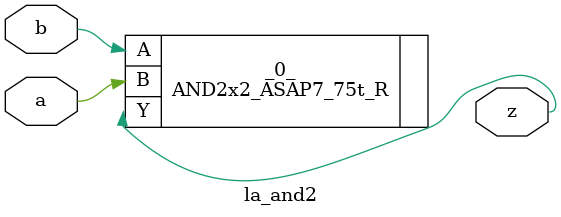
<source format=v>

/* Generated by Yosys 0.37 (git sha1 a5c7f69ed, clang 14.0.0-1ubuntu1.1 -fPIC -Os) */

module la_and2(a, b, z);
  input a;
  wire a;
  input b;
  wire b;
  output z;
  wire z;
  AND2x2_ASAP7_75t_R _0_ (
    .A(b),
    .B(a),
    .Y(z)
  );
endmodule

</source>
